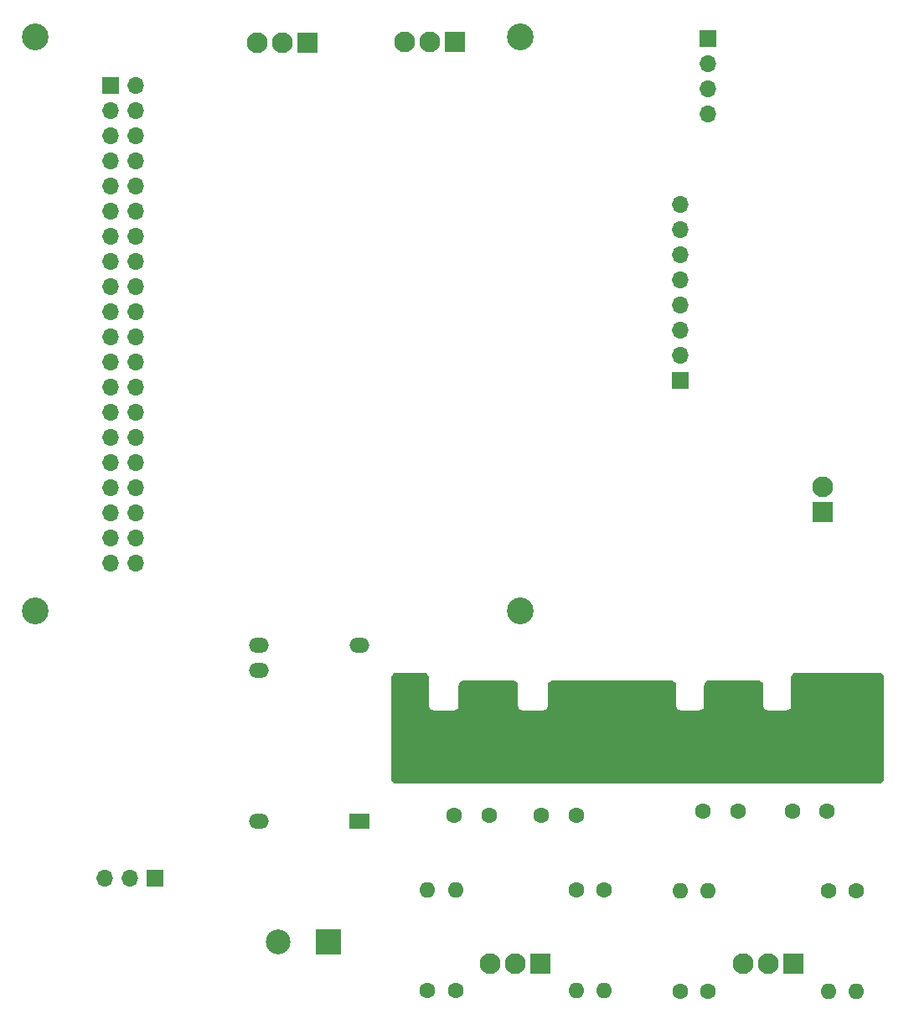
<source format=gbr>
%TF.GenerationSoftware,KiCad,Pcbnew,8.0.1-8.0.1-0~ubuntu23.10.1*%
%TF.CreationDate,2024-04-25T23:44:33+01:00*%
%TF.ProjectId,g5500-pidrive,67353530-302d-4706-9964-726976652e6b,rev?*%
%TF.SameCoordinates,Original*%
%TF.FileFunction,Soldermask,Bot*%
%TF.FilePolarity,Negative*%
%FSLAX46Y46*%
G04 Gerber Fmt 4.6, Leading zero omitted, Abs format (unit mm)*
G04 Created by KiCad (PCBNEW 8.0.1-8.0.1-0~ubuntu23.10.1) date 2024-04-25 23:44:33*
%MOMM*%
%LPD*%
G01*
G04 APERTURE LIST*
%ADD10R,2.100000X2.100000*%
%ADD11C,2.100000*%
%ADD12C,1.600000*%
%ADD13O,1.600000X1.600000*%
%ADD14C,2.700000*%
%ADD15R,1.700000X1.700000*%
%ADD16O,1.700000X1.700000*%
%ADD17R,2.000000X1.500000*%
%ADD18O,2.000000X1.500000*%
%ADD19R,2.500000X2.500000*%
%ADD20C,2.500000*%
G04 APERTURE END LIST*
D10*
%TO.C,J10*%
X116800000Y-86800000D03*
D11*
X116800000Y-84260000D03*
%TD*%
D12*
%TO.C,L1*%
X120200000Y-125075000D03*
D13*
X120200000Y-135235000D03*
%TD*%
D12*
%TO.C,C27*%
X79570000Y-117435000D03*
X83070000Y-117435000D03*
%TD*%
%TO.C,L3*%
X94670000Y-124955000D03*
D13*
X94670000Y-135115000D03*
%TD*%
D10*
%TO.C,J8*%
X113800000Y-132435000D03*
D11*
X111260000Y-132435000D03*
X108720000Y-132435000D03*
%TD*%
D12*
%TO.C,C24*%
X113745000Y-117035000D03*
X117245000Y-117035000D03*
%TD*%
D10*
%TO.C,J9*%
X88270000Y-132435000D03*
D11*
X85730000Y-132435000D03*
X83190000Y-132435000D03*
%TD*%
D12*
%TO.C,L2*%
X102400000Y-135235000D03*
D13*
X102400000Y-125075000D03*
%TD*%
D14*
%TO.C,H4*%
X37200000Y-38800000D03*
%TD*%
D10*
%TO.C,J6*%
X64700000Y-39357500D03*
D11*
X62160000Y-39357500D03*
X59620000Y-39357500D03*
%TD*%
D15*
%TO.C,J4*%
X105200000Y-38920000D03*
D16*
X105200000Y-41460000D03*
X105200000Y-44000000D03*
X105200000Y-46540000D03*
%TD*%
D15*
%TO.C,J3*%
X102400000Y-73512500D03*
D16*
X102400000Y-70972500D03*
X102400000Y-68432500D03*
X102400000Y-65892500D03*
X102400000Y-63352500D03*
X102400000Y-60812500D03*
X102400000Y-58272500D03*
X102400000Y-55732500D03*
%TD*%
D12*
%TO.C,C26*%
X88370000Y-117435000D03*
X91870000Y-117435000D03*
%TD*%
D17*
%TO.C,U3*%
X70000000Y-118000000D03*
D18*
X70000000Y-100220000D03*
X59840000Y-100220000D03*
X59840000Y-102760000D03*
X59840000Y-118000000D03*
%TD*%
D12*
%TO.C,C25*%
X104700000Y-117035000D03*
X108200000Y-117035000D03*
%TD*%
%TO.C,L6*%
X105200000Y-135235000D03*
D13*
X105200000Y-125075000D03*
%TD*%
D12*
%TO.C,L8*%
X79670000Y-135115000D03*
D13*
X79670000Y-124955000D03*
%TD*%
D19*
%TO.C,J1*%
X66800000Y-130200000D03*
D20*
X61720000Y-130200000D03*
%TD*%
D14*
%TO.C,H1*%
X86200000Y-96800000D03*
%TD*%
%TO.C,H3*%
X86200000Y-38800000D03*
%TD*%
%TO.C,H2*%
X37200000Y-96800000D03*
%TD*%
D12*
%TO.C,L7*%
X91870000Y-124955000D03*
D13*
X91870000Y-135115000D03*
%TD*%
D12*
%TO.C,L4*%
X76870000Y-135115000D03*
D13*
X76870000Y-124955000D03*
%TD*%
D10*
%TO.C,J7*%
X79652500Y-39257500D03*
D11*
X77112500Y-39257500D03*
X74572500Y-39257500D03*
%TD*%
D12*
%TO.C,L5*%
X117400000Y-125075000D03*
D13*
X117400000Y-135235000D03*
%TD*%
D15*
%TO.C,J5*%
X49340000Y-123800000D03*
D16*
X46800000Y-123800000D03*
X44260000Y-123800000D03*
%TD*%
D15*
%TO.C,J2*%
X44800000Y-43680000D03*
D16*
X47340000Y-43680000D03*
X44800000Y-46220000D03*
X47340000Y-46220000D03*
X44800000Y-48760000D03*
X47340000Y-48760000D03*
X44800000Y-51300000D03*
X47340000Y-51300000D03*
X44800000Y-53840000D03*
X47340000Y-53840000D03*
X44800000Y-56380000D03*
X47340000Y-56380000D03*
X44800000Y-58920000D03*
X47340000Y-58920000D03*
X44800000Y-61460000D03*
X47340000Y-61460000D03*
X44800000Y-64000000D03*
X47340000Y-64000000D03*
X44800000Y-66540000D03*
X47340000Y-66540000D03*
X44800000Y-69080000D03*
X47340000Y-69080000D03*
X44800000Y-71620000D03*
X47340000Y-71620000D03*
X44800000Y-74160000D03*
X47340000Y-74160000D03*
X44800000Y-76700000D03*
X47340000Y-76700000D03*
X44800000Y-79240000D03*
X47340000Y-79240000D03*
X44800000Y-81780000D03*
X47340000Y-81780000D03*
X44800000Y-84320000D03*
X47340000Y-84320000D03*
X44800000Y-86860000D03*
X47340000Y-86860000D03*
X44800000Y-89400000D03*
X47340000Y-89400000D03*
X44800000Y-91940000D03*
X47340000Y-91940000D03*
%TD*%
G36*
X76508059Y-103001061D02*
G01*
X76613223Y-103014906D01*
X76644491Y-103023284D01*
X76734918Y-103060740D01*
X76762951Y-103076925D01*
X76840601Y-103136508D01*
X76863491Y-103159398D01*
X76923074Y-103237048D01*
X76939259Y-103265081D01*
X76976715Y-103355508D01*
X76985093Y-103386775D01*
X76998939Y-103491939D01*
X77000000Y-103508125D01*
X77000000Y-106299993D01*
X77000001Y-106300009D01*
X77017036Y-106429408D01*
X77017038Y-106429413D01*
X77066984Y-106549995D01*
X77066984Y-106549996D01*
X77146447Y-106653552D01*
X77250004Y-106733015D01*
X77370586Y-106782961D01*
X77370591Y-106782963D01*
X77499990Y-106799998D01*
X77500007Y-106800000D01*
X79499993Y-106800000D01*
X79500009Y-106799998D01*
X79629408Y-106782963D01*
X79629413Y-106782961D01*
X79749995Y-106733015D01*
X79749996Y-106733015D01*
X79853552Y-106653552D01*
X79933015Y-106549996D01*
X79933015Y-106549995D01*
X79982961Y-106429413D01*
X79982963Y-106429408D01*
X79999998Y-106300009D01*
X80000000Y-106299993D01*
X80000000Y-104308125D01*
X80001061Y-104291940D01*
X80014906Y-104186776D01*
X80023284Y-104155508D01*
X80060740Y-104065081D01*
X80076925Y-104037048D01*
X80136508Y-103959398D01*
X80159398Y-103936508D01*
X80237048Y-103876925D01*
X80265081Y-103860740D01*
X80355508Y-103823284D01*
X80386776Y-103814906D01*
X80491941Y-103801061D01*
X80508126Y-103800000D01*
X85491874Y-103800000D01*
X85508059Y-103801061D01*
X85613223Y-103814906D01*
X85644491Y-103823284D01*
X85734918Y-103860740D01*
X85762951Y-103876925D01*
X85840601Y-103936508D01*
X85863491Y-103959398D01*
X85923074Y-104037048D01*
X85939259Y-104065081D01*
X85976715Y-104155508D01*
X85985093Y-104186775D01*
X85998939Y-104291939D01*
X86000000Y-104308125D01*
X86000000Y-106299993D01*
X86000001Y-106300009D01*
X86017036Y-106429408D01*
X86017038Y-106429413D01*
X86066984Y-106549995D01*
X86066984Y-106549996D01*
X86146447Y-106653552D01*
X86250004Y-106733015D01*
X86370586Y-106782961D01*
X86370591Y-106782963D01*
X86499990Y-106799998D01*
X86500007Y-106800000D01*
X88499993Y-106800000D01*
X88500009Y-106799998D01*
X88629408Y-106782963D01*
X88629413Y-106782961D01*
X88749995Y-106733015D01*
X88749996Y-106733015D01*
X88853552Y-106653552D01*
X88933015Y-106549996D01*
X88933015Y-106549995D01*
X88982961Y-106429413D01*
X88982963Y-106429408D01*
X88999998Y-106300009D01*
X89000000Y-106299993D01*
X89000000Y-104308125D01*
X89001061Y-104291940D01*
X89014906Y-104186776D01*
X89023284Y-104155508D01*
X89060740Y-104065081D01*
X89076925Y-104037048D01*
X89136508Y-103959398D01*
X89159398Y-103936508D01*
X89237048Y-103876925D01*
X89265081Y-103860740D01*
X89355508Y-103823284D01*
X89386776Y-103814906D01*
X89491941Y-103801061D01*
X89508126Y-103800000D01*
X101491874Y-103800000D01*
X101508059Y-103801061D01*
X101613223Y-103814906D01*
X101644491Y-103823284D01*
X101734918Y-103860740D01*
X101762951Y-103876925D01*
X101840601Y-103936508D01*
X101863491Y-103959398D01*
X101923074Y-104037048D01*
X101939259Y-104065081D01*
X101976715Y-104155508D01*
X101985093Y-104186775D01*
X101998939Y-104291939D01*
X102000000Y-104308125D01*
X102000000Y-106299993D01*
X102000001Y-106300009D01*
X102017036Y-106429408D01*
X102017038Y-106429413D01*
X102066984Y-106549995D01*
X102066984Y-106549996D01*
X102146447Y-106653552D01*
X102250004Y-106733015D01*
X102370586Y-106782961D01*
X102370591Y-106782963D01*
X102499990Y-106799998D01*
X102500007Y-106800000D01*
X104299993Y-106800000D01*
X104300009Y-106799998D01*
X104429408Y-106782963D01*
X104429413Y-106782961D01*
X104549995Y-106733015D01*
X104549996Y-106733015D01*
X104653552Y-106653552D01*
X104733015Y-106549996D01*
X104733015Y-106549995D01*
X104782961Y-106429413D01*
X104782963Y-106429408D01*
X104799998Y-106300009D01*
X104800000Y-106299993D01*
X104800000Y-104308125D01*
X104801061Y-104291940D01*
X104814906Y-104186776D01*
X104823284Y-104155508D01*
X104860740Y-104065081D01*
X104876925Y-104037048D01*
X104936508Y-103959398D01*
X104959398Y-103936508D01*
X105037048Y-103876925D01*
X105065081Y-103860740D01*
X105155508Y-103823284D01*
X105186776Y-103814906D01*
X105291941Y-103801061D01*
X105308126Y-103800000D01*
X110291874Y-103800000D01*
X110308059Y-103801061D01*
X110413223Y-103814906D01*
X110444491Y-103823284D01*
X110534918Y-103860740D01*
X110562951Y-103876925D01*
X110640601Y-103936508D01*
X110663491Y-103959398D01*
X110723074Y-104037048D01*
X110739259Y-104065081D01*
X110776715Y-104155508D01*
X110785093Y-104186775D01*
X110798939Y-104291939D01*
X110800000Y-104308125D01*
X110800000Y-106299993D01*
X110800001Y-106300009D01*
X110817036Y-106429408D01*
X110817038Y-106429413D01*
X110866984Y-106549995D01*
X110866984Y-106549996D01*
X110946447Y-106653552D01*
X111050004Y-106733015D01*
X111170586Y-106782961D01*
X111170591Y-106782963D01*
X111299990Y-106799998D01*
X111300007Y-106800000D01*
X113099993Y-106800000D01*
X113100009Y-106799998D01*
X113229408Y-106782963D01*
X113229413Y-106782961D01*
X113349995Y-106733015D01*
X113349996Y-106733015D01*
X113453552Y-106653552D01*
X113533015Y-106549996D01*
X113533015Y-106549995D01*
X113582961Y-106429413D01*
X113582963Y-106429408D01*
X113599998Y-106300009D01*
X113600000Y-106299993D01*
X113600000Y-103508125D01*
X113601061Y-103491940D01*
X113614906Y-103386776D01*
X113623284Y-103355508D01*
X113660740Y-103265081D01*
X113676925Y-103237048D01*
X113736508Y-103159398D01*
X113759398Y-103136508D01*
X113837048Y-103076925D01*
X113865081Y-103060740D01*
X113955508Y-103023284D01*
X113986776Y-103014906D01*
X114091941Y-103001061D01*
X114108126Y-103000000D01*
X122491874Y-103000000D01*
X122508059Y-103001061D01*
X122613223Y-103014906D01*
X122644491Y-103023284D01*
X122734918Y-103060740D01*
X122762951Y-103076925D01*
X122840601Y-103136508D01*
X122863491Y-103159398D01*
X122923074Y-103237048D01*
X122939259Y-103265081D01*
X122976715Y-103355508D01*
X122985093Y-103386775D01*
X122998939Y-103491939D01*
X123000000Y-103508125D01*
X123000000Y-113691874D01*
X122998939Y-113708060D01*
X122985093Y-113813224D01*
X122976715Y-113844491D01*
X122939259Y-113934918D01*
X122923074Y-113962951D01*
X122863491Y-114040601D01*
X122840601Y-114063491D01*
X122762951Y-114123074D01*
X122734918Y-114139259D01*
X122644491Y-114176715D01*
X122613224Y-114185093D01*
X122508060Y-114198939D01*
X122491874Y-114200000D01*
X73708126Y-114200000D01*
X73691940Y-114198939D01*
X73586775Y-114185093D01*
X73555508Y-114176715D01*
X73465081Y-114139259D01*
X73437048Y-114123074D01*
X73359398Y-114063491D01*
X73336508Y-114040601D01*
X73276925Y-113962951D01*
X73260740Y-113934918D01*
X73223284Y-113844491D01*
X73214906Y-113813223D01*
X73201061Y-113708059D01*
X73200000Y-113691874D01*
X73200000Y-103508125D01*
X73201061Y-103491940D01*
X73214906Y-103386776D01*
X73223284Y-103355508D01*
X73260740Y-103265081D01*
X73276925Y-103237048D01*
X73336508Y-103159398D01*
X73359398Y-103136508D01*
X73437048Y-103076925D01*
X73465081Y-103060740D01*
X73555508Y-103023284D01*
X73586776Y-103014906D01*
X73691941Y-103001061D01*
X73708126Y-103000000D01*
X76491874Y-103000000D01*
X76508059Y-103001061D01*
G37*
M02*

</source>
